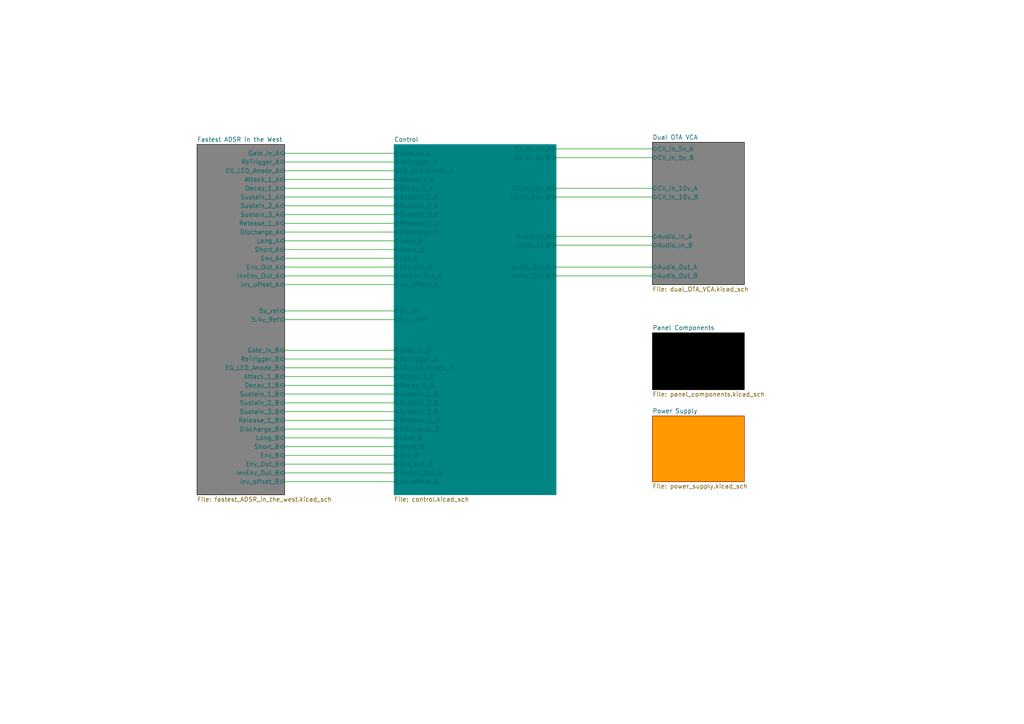
<source format=kicad_sch>
(kicad_sch (version 20230121) (generator eeschema)
  (paper "A4")
  (title_block (title "${project_name}") (rev "001") (company "${org_name}") (comment 1 "${org_url}"))
  (lib_symbols)
  (wire (pts (xy 82.55 116.84) (xy 114.3 116.84)))
  (wire (pts (xy 82.55 129.54) (xy 114.3 129.54)))
  (wire (pts (xy 82.55 69.85) (xy 114.3 69.85)))
  (wire (pts (xy 82.55 101.6) (xy 114.3 101.6)))
  (wire (pts (xy 82.55 82.55) (xy 114.3 82.55)))
  (wire (pts (xy 82.55 124.46) (xy 114.3 124.46)))
  (wire (pts (xy 82.55 111.76) (xy 114.3 111.76)))
  (wire (pts (xy 82.55 106.68) (xy 114.3 106.68)))
  (wire (pts (xy 82.55 62.23) (xy 114.3 62.23)))
  (wire (pts (xy 82.55 132.08) (xy 114.3 132.08)))
  (wire (pts (xy 82.55 49.53) (xy 114.3 49.53)))
  (wire (pts (xy 82.55 137.16) (xy 114.3 137.16)))
  (wire (pts (xy 82.55 57.15) (xy 114.3 57.15)))
  (wire (pts (xy 82.55 80.01) (xy 114.3 80.01)))
  (wire (pts (xy 82.55 90.17) (xy 114.3 90.17)))
  (wire (pts (xy 82.55 119.38) (xy 114.3 119.38)))
  (wire (pts (xy 161.29 54.61) (xy 189.23 54.61)))
  (wire (pts (xy 82.55 77.47) (xy 114.3 77.47)))
  (wire (pts (xy 82.55 46.99) (xy 114.3 46.99)))
  (wire (pts (xy 82.55 52.07) (xy 114.3 52.07)))
  (wire (pts (xy 82.55 92.71) (xy 114.3 92.71)))
  (wire (pts (xy 82.55 72.39) (xy 114.3 72.39)))
  (wire (pts (xy 82.55 134.62) (xy 114.3 134.62)))
  (wire (pts (xy 82.55 44.45) (xy 114.3 44.45)))
  (wire (pts (xy 161.29 80.01) (xy 189.23 80.01)))
  (wire (pts (xy 161.29 57.15) (xy 189.23 57.15)))
  (wire (pts (xy 82.55 121.92) (xy 114.3 121.92)))
  (wire (pts (xy 161.29 71.12) (xy 189.23 71.12)))
  (wire (pts (xy 82.55 64.77) (xy 114.3 64.77)))
  (wire (pts (xy 82.55 67.31) (xy 114.3 67.31)))
  (wire (pts (xy 82.55 139.7) (xy 114.3 139.7)))
  (wire (pts (xy 161.29 45.72) (xy 189.23 45.72)))
  (wire (pts (xy 161.29 77.47) (xy 189.23 77.47)))
  (wire (pts (xy 82.55 104.14) (xy 114.3 104.14)))
  (wire (pts (xy 82.55 109.22) (xy 114.3 109.22)))
  (wire (pts (xy 82.55 114.3) (xy 114.3 114.3)))
  (wire (pts (xy 161.29 43.18) (xy 189.23 43.18)))
  (wire (pts (xy 82.55 74.93) (xy 114.3 74.93)))
  (wire (pts (xy 82.55 54.61) (xy 114.3 54.61)))
  (wire (pts (xy 82.55 127) (xy 114.3 127)))
  (wire (pts (xy 82.55 59.69) (xy 114.3 59.69)))
  (wire (pts (xy 161.29 68.58) (xy 189.23 68.58)))
  (sheet (at 189.23 96.52) (size 26.67 16.51) (stroke (width 0.1524) (color 0 0 0 1)) (fill (color 0 0 0 1.0000))
    (property "Sheetname" "Panel Components" (at 189.23 95.8084 0) (effects (justify left bottom)))
    (property "Sheetfile" "panel_components.kicad_sch" (at 189.23 113.6146 0) (effects (justify left top)))
  )
  (sheet (at 114.3 41.91) (size 46.99 101.6) (stroke (width 0.1524) (color 0 132 132 1)) (fill (color 0 132 132 1.0000))
    (property "Sheetname" "Control" (at 114.3 41.1984 0) (effects (justify left bottom)))
    (property "Sheetfile" "control.kicad_sch" (at 114.3 144.0946 0) (effects (justify left top)))
    (pin "Long_B" bidirectional (at 114.3 127 180))
    (pin "Audio_In_B" bidirectional (at 161.29 71.12 0))
    (pin "Audio_In_A" bidirectional (at 161.29 68.58 0))
    (pin "Short_B" bidirectional (at 114.3 129.54 180))
    (pin "5.4v_Ref" bidirectional (at 114.3 92.71 180))
    (pin "InvEnv_Out_B" bidirectional (at 114.3 137.16 180))
    (pin "CV_In_5v_B" bidirectional (at 161.29 45.72 0))
    (pin "CV_In_10v_B" bidirectional (at 161.29 57.15 0))
    (pin "inv_offset_B" bidirectional (at 114.3 139.7 180))
    (pin "Env_Out_B" bidirectional (at 114.3 134.62 180))
    (pin "Audio_Out_B" bidirectional (at 161.29 80.01 0))
    (pin "Env_Out_A" bidirectional (at 114.3 77.47 180))
    (pin "inv_offset_A" bidirectional (at 114.3 82.55 180))
    (pin "Decay_1_A" bidirectional (at 114.3 54.61 180))
    (pin "CV_In_5v_A" bidirectional (at 161.29 43.18 0))
    (pin "InvEnv_Out_A" bidirectional (at 114.3 80.01 180))
    (pin "EG_LED_Anode_A" bidirectional (at 114.3 49.53 180))
    (pin "Long_A" bidirectional (at 114.3 69.85 180))
    (pin "Sustain_3_B" bidirectional (at 114.3 119.38 180))
    (pin "Audio_Out_A" bidirectional (at 161.29 77.47 0))
    (pin "Short_A" bidirectional (at 114.3 72.39 180))
    (pin "Sustain_3_A" bidirectional (at 114.3 62.23 180))
    (pin "CV_In_10v_A" bidirectional (at 161.29 54.61 0))
    (pin "Env_B" bidirectional (at 114.3 132.08 180))
    (pin "Sustain_2_B" bidirectional (at 114.3 116.84 180))
    (pin "5v_ref" bidirectional (at 114.3 90.17 180))
    (pin "Decay_1_B" bidirectional (at 114.3 111.76 180))
    (pin "ReTrigger_B" bidirectional (at 114.3 104.14 180))
    (pin "Discharge_B" bidirectional (at 114.3 124.46 180))
    (pin "Gate_in_A" bidirectional (at 114.3 44.45 180))
    (pin "Release_1_B" bidirectional (at 114.3 121.92 180))
    (pin "Gate_in_B" bidirectional (at 114.3 101.6 180))
    (pin "Sustain_1_B" bidirectional (at 114.3 114.3 180))
    (pin "EG_LED_Anode_B" bidirectional (at 114.3 106.68 180))
    (pin "Sustain_1_A" bidirectional (at 114.3 57.15 180))
    (pin "ReTrigger_A" bidirectional (at 114.3 46.99 180))
    (pin "Sustain_2_A" bidirectional (at 114.3 59.69 180))
    (pin "Attack_1_A" bidirectional (at 114.3 52.07 180))
    (pin "Discharge_A" bidirectional (at 114.3 67.31 180))
    (pin "Attack_1_B" bidirectional (at 114.3 109.22 180))
    (pin "Release_1_A" bidirectional (at 114.3 64.77 180))
    (pin "Env_A" bidirectional (at 114.3 74.93 180))
  )
  (sheet (at 189.23 120.65) (size 26.67 19.05) (stroke (width 0.1524)) (fill (color 255 153 0 1.0000))
    (property "Sheetname" "Power Supply" (at 189.23 119.9384 0) (effects (justify left bottom)))
    (property "Sheetfile" "power_supply.kicad_sch" (at 189.23 140.2846 0) (effects (justify left top)))
  )
  (sheet (at 189.23 41.275) (size 26.67 41.275) (stroke (width 0.1524) (color 0 0 0 1)) (fill (color 132 132 132 1.0000))
    (property "Sheetname" "Dual OTA VCA" (at 189.23 40.5634 0) (effects (justify left bottom)))
    (property "Sheetfile" "dual_OTA_VCA.kicad_sch" (at 189.23 83.1346 0) (effects (justify left top)))
    (pin "Audio_In_B" bidirectional (at 189.23 71.12 180))
    (pin "Audio_Out_A" bidirectional (at 189.23 77.47 180))
    (pin "Audio_In_A" bidirectional (at 189.23 68.58 180))
    (pin "Audio_Out_B" bidirectional (at 189.23 80.01 180))
    (pin "CV_In_10v_B" bidirectional (at 189.23 57.15 180))
    (pin "CV_In_5v_B" bidirectional (at 189.23 45.72 180))
    (pin "CV_In_10v_A" bidirectional (at 189.23 54.61 180))
    (pin "CV_In_5v_A" bidirectional (at 189.23 43.18 180))
  )
  (sheet (at 57.15 41.91) (size 25.4 101.6) (stroke (width 0.1524) (color 0 0 0 1)) (fill (color 132 132 132 1.0000))
    (property "Sheetname" "Fastest ADSR in the West" (at 57.15 41.1984 0) (effects (justify left bottom)))
    (property "Sheetfile" "fastest_ADSR_in_the_west.kicad_sch" (at 57.15 144.0946 0) (effects (justify left top)))
    (pin "Sustain_1_A" bidirectional (at 82.55 57.15 0))
    (pin "Attack_1_A" bidirectional (at 82.55 52.07 0))
    (pin "Release_1_A" bidirectional (at 82.55 64.77 0))
    (pin "Sustain_2_A" bidirectional (at 82.55 59.69 0))
    (pin "Sustain_3_A" bidirectional (at 82.55 62.23 0))
    (pin "Gate_in_B" bidirectional (at 82.55 101.6 0))
    (pin "Env_Out_A" bidirectional (at 82.55 77.47 0))
    (pin "Env_Out_B" bidirectional (at 82.55 134.62 0))
    (pin "Sustain_3_B" bidirectional (at 82.55 119.38 0))
    (pin "Sustain_2_B" bidirectional (at 82.55 116.84 0))
    (pin "Release_1_B" bidirectional (at 82.55 121.92 0))
    (pin "Attack_1_B" bidirectional (at 82.55 109.22 0))
    (pin "Sustain_1_B" bidirectional (at 82.55 114.3 0))
    (pin "Gate_in_A" bidirectional (at 82.55 44.45 0))
    (pin "Decay_1_A" bidirectional (at 82.55 54.61 0))
    (pin "Decay_1_B" bidirectional (at 82.55 111.76 0))
    (pin "InvEnv_Out_B" bidirectional (at 82.55 137.16 0))
    (pin "InvEnv_Out_A" bidirectional (at 82.55 80.01 0))
    (pin "5.4v_Ref" bidirectional (at 82.55 92.71 0))
    (pin "EG_LED_Anode_B" bidirectional (at 82.55 106.68 0))
    (pin "EG_LED_Anode_A" bidirectional (at 82.55 49.53 0))
    (pin "inv_offset_B" bidirectional (at 82.55 139.7 0))
    (pin "5v_ref" bidirectional (at 82.55 90.17 0))
    (pin "inv_offset_A" bidirectional (at 82.55 82.55 0))
    (pin "ReTrigger_B" bidirectional (at 82.55 104.14 0))
    (pin "ReTrigger_A" bidirectional (at 82.55 46.99 0))
    (pin "Env_B" bidirectional (at 82.55 132.08 0))
    (pin "Env_A" bidirectional (at 82.55 74.93 0))
    (pin "Discharge_A" bidirectional (at 82.55 67.31 0))
    (pin "Discharge_B" bidirectional (at 82.55 124.46 0))
    (pin "Long_A" bidirectional (at 82.55 69.85 0))
    (pin "Short_A" bidirectional (at 82.55 72.39 0))
    (pin "Long_B" bidirectional (at 82.55 127 0))
    (pin "Short_B" bidirectional (at 82.55 129.54 0))
  )
)
</source>
